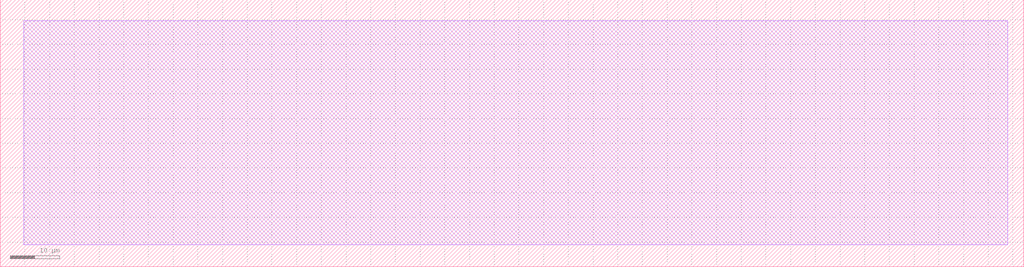
<source format=lef>
VERSION 5.7 ;
  NOWIREEXTENSIONATPIN ON ;
  DIVIDERCHAR "/" ;
  BUSBITCHARS "[]" ;
MACRO user_id_textblock
  CLASS BLOCK ;
  FOREIGN user_id_textblock ;
  ORIGIN 0.000 0.000 ;
  SIZE 207.200 BY 54.050 ;
  OBS
      LAYER Metal5 ;
        RECT 4.800 4.450 203.915 49.810 ;
  END
END user_id_textblock
END LIBRARY


</source>
